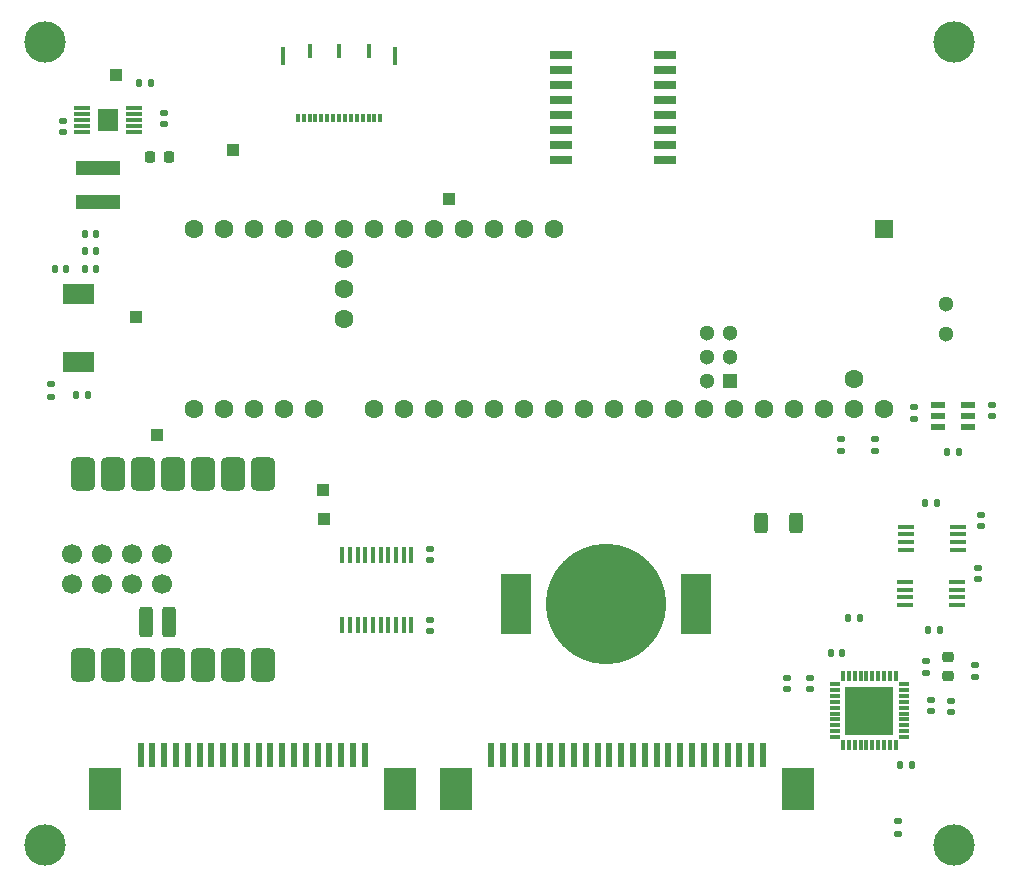
<source format=gbr>
%TF.GenerationSoftware,KiCad,Pcbnew,9.0.6*%
%TF.CreationDate,2026-02-08T19:57:16-05:00*%
%TF.ProjectId,main_board_v3,6d61696e-5f62-46f6-9172-645f76332e6b,rev?*%
%TF.SameCoordinates,Original*%
%TF.FileFunction,Soldermask,Top*%
%TF.FilePolarity,Negative*%
%FSLAX46Y46*%
G04 Gerber Fmt 4.6, Leading zero omitted, Abs format (unit mm)*
G04 Created by KiCad (PCBNEW 9.0.6) date 2026-02-08 19:57:16*
%MOMM*%
%LPD*%
G01*
G04 APERTURE LIST*
G04 Aperture macros list*
%AMRoundRect*
0 Rectangle with rounded corners*
0 $1 Rounding radius*
0 $2 $3 $4 $5 $6 $7 $8 $9 X,Y pos of 4 corners*
0 Add a 4 corners polygon primitive as box body*
4,1,4,$2,$3,$4,$5,$6,$7,$8,$9,$2,$3,0*
0 Add four circle primitives for the rounded corners*
1,1,$1+$1,$2,$3*
1,1,$1+$1,$4,$5*
1,1,$1+$1,$6,$7*
1,1,$1+$1,$8,$9*
0 Add four rect primitives between the rounded corners*
20,1,$1+$1,$2,$3,$4,$5,0*
20,1,$1+$1,$4,$5,$6,$7,0*
20,1,$1+$1,$6,$7,$8,$9,0*
20,1,$1+$1,$8,$9,$2,$3,0*%
G04 Aperture macros list end*
%ADD10R,1.000000X1.000000*%
%ADD11C,3.500000*%
%ADD12R,1.425000X0.300000*%
%ADD13R,1.680000X1.880000*%
%ADD14RoundRect,0.140000X-0.170000X0.140000X-0.170000X-0.140000X0.170000X-0.140000X0.170000X0.140000X0*%
%ADD15R,1.910000X0.640000*%
%ADD16R,1.150000X0.600000*%
%ADD17RoundRect,0.140000X0.140000X0.170000X-0.140000X0.170000X-0.140000X-0.170000X0.140000X-0.170000X0*%
%ADD18RoundRect,0.135000X0.185000X-0.135000X0.185000X0.135000X-0.185000X0.135000X-0.185000X-0.135000X0*%
%ADD19RoundRect,0.140000X0.170000X-0.140000X0.170000X0.140000X-0.170000X0.140000X-0.170000X-0.140000X0*%
%ADD20RoundRect,0.250000X-0.312500X-0.625000X0.312500X-0.625000X0.312500X0.625000X-0.312500X0.625000X0*%
%ADD21RoundRect,0.135000X-0.185000X0.135000X-0.185000X-0.135000X0.185000X-0.135000X0.185000X0.135000X0*%
%ADD22R,1.400000X0.450000*%
%ADD23RoundRect,0.135000X-0.135000X-0.185000X0.135000X-0.185000X0.135000X0.185000X-0.135000X0.185000X0*%
%ADD24RoundRect,0.140000X-0.140000X-0.170000X0.140000X-0.170000X0.140000X0.170000X-0.140000X0.170000X0*%
%ADD25RoundRect,0.225000X-0.225000X-0.250000X0.225000X-0.250000X0.225000X0.250000X-0.225000X0.250000X0*%
%ADD26R,2.500000X5.100000*%
%ADD27C,10.200000*%
%ADD28RoundRect,0.135000X0.135000X0.185000X-0.135000X0.185000X-0.135000X-0.185000X0.135000X-0.185000X0*%
%ADD29R,0.850000X0.300000*%
%ADD30R,0.300000X0.850000*%
%ADD31R,4.050000X4.050000*%
%ADD32RoundRect,0.076750X0.230250X-0.810250X0.230250X0.810250X-0.230250X0.810250X-0.230250X-0.810250X0*%
%ADD33R,0.610000X2.000000*%
%ADD34R,2.680000X3.600000*%
%ADD35R,3.700000X1.200000*%
%ADD36RoundRect,0.525400X0.525400X-0.900400X0.525400X0.900400X-0.525400X0.900400X-0.525400X-0.900400X0*%
%ADD37RoundRect,0.300400X-0.300400X1.000400X-0.300400X-1.000400X0.300400X-1.000400X0.300400X1.000400X0*%
%ADD38C,1.700000*%
%ADD39RoundRect,0.225000X0.250000X-0.225000X0.250000X0.225000X-0.250000X0.225000X-0.250000X-0.225000X0*%
%ADD40R,0.300000X0.650000*%
%ADD41R,0.300000X1.200000*%
%ADD42R,0.400000X1.550000*%
%ADD43R,0.450000X1.475000*%
%ADD44R,1.600000X1.600000*%
%ADD45C,1.600000*%
%ADD46R,1.300000X1.300000*%
%ADD47C,1.300000*%
G04 APERTURE END LIST*
D10*
%TO.C,TP7*%
X62750000Y-40250000D03*
%TD*%
%TO.C,TP12*%
X70900000Y-26100000D03*
%TD*%
D11*
%TO.C,H4*%
X132000000Y-85000000D03*
%TD*%
D12*
%TO.C,IC11*%
X58153000Y-22591000D03*
X58153000Y-23091000D03*
X58153000Y-23591000D03*
X58153000Y-24091000D03*
X58153000Y-24591000D03*
X62577000Y-24591000D03*
X62577000Y-24091000D03*
X62577000Y-23591000D03*
X62577000Y-23091000D03*
X62577000Y-22591000D03*
D13*
X60365000Y-23591000D03*
%TD*%
D14*
%TO.C,C13*%
X131750000Y-72750000D03*
X131750000Y-73710000D03*
%TD*%
%TO.C,C38*%
X65085000Y-22980000D03*
X65085000Y-23940000D03*
%TD*%
%TO.C,C40*%
X87600000Y-59920000D03*
X87600000Y-60880000D03*
%TD*%
%TO.C,C21*%
X128600000Y-47920000D03*
X128600000Y-48880000D03*
%TD*%
D15*
%TO.C,T1*%
X107500000Y-26960000D03*
X107500000Y-25690000D03*
X107500000Y-24420000D03*
X107500000Y-23150000D03*
X107500000Y-21880000D03*
X107500000Y-20610000D03*
X107500000Y-19340000D03*
X107500000Y-18070000D03*
X98730000Y-18070000D03*
X98730000Y-19340000D03*
X98730000Y-20610000D03*
X98730000Y-21880000D03*
X98730000Y-23150000D03*
X98730000Y-24420000D03*
X98730000Y-25690000D03*
X98730000Y-26960000D03*
%TD*%
D16*
%TO.C,IC8*%
X130624000Y-47700000D03*
X130624000Y-48650000D03*
X130624000Y-49600000D03*
X133124000Y-49600000D03*
X133124000Y-48650000D03*
X133124000Y-47700000D03*
%TD*%
D17*
%TO.C,C20*%
X122500000Y-68750000D03*
X121540000Y-68750000D03*
%TD*%
D18*
%TO.C,R38*%
X127250000Y-84010000D03*
X127250000Y-82990000D03*
%TD*%
D19*
%TO.C,C16*%
X129600000Y-70400000D03*
X129600000Y-69440000D03*
%TD*%
D20*
%TO.C,R50*%
X115632500Y-57686600D03*
X118557500Y-57686600D03*
%TD*%
D14*
%TO.C,C39*%
X56525000Y-23690000D03*
X56525000Y-24650000D03*
%TD*%
D10*
%TO.C,TP11*%
X61000000Y-19770000D03*
%TD*%
D21*
%TO.C,R24*%
X125300000Y-50590000D03*
X125300000Y-51610000D03*
%TD*%
D14*
%TO.C,C26*%
X87600000Y-65940000D03*
X87600000Y-66900000D03*
%TD*%
D22*
%TO.C,IC5*%
X127850000Y-62700000D03*
X127850000Y-63350000D03*
X127850000Y-64000000D03*
X127850000Y-64650000D03*
X132250000Y-64650000D03*
X132250000Y-64000000D03*
X132250000Y-63350000D03*
X132250000Y-62700000D03*
%TD*%
D18*
%TO.C,R60*%
X55500000Y-47010000D03*
X55500000Y-45990000D03*
%TD*%
D10*
%TO.C,TP2*%
X64500000Y-50250000D03*
%TD*%
D11*
%TO.C,H3*%
X132000000Y-17000000D03*
%TD*%
D14*
%TO.C,C18*%
X130000000Y-72670000D03*
X130000000Y-73630000D03*
%TD*%
D10*
%TO.C,TP1*%
X78600000Y-57400000D03*
%TD*%
D19*
%TO.C,C27*%
X135174000Y-48680000D03*
X135174000Y-47720000D03*
%TD*%
%TO.C,C23*%
X134275000Y-57980000D03*
X134275000Y-57020000D03*
%TD*%
D23*
%TO.C,R1*%
X122990000Y-65750000D03*
X124010000Y-65750000D03*
%TD*%
D11*
%TO.C,H1*%
X55000000Y-17000000D03*
%TD*%
D23*
%TO.C,R9*%
X62940000Y-20500000D03*
X63960000Y-20500000D03*
%TD*%
D19*
%TO.C,C14*%
X119800000Y-71780000D03*
X119800000Y-70820000D03*
%TD*%
D24*
%TO.C,C8*%
X58365000Y-36230000D03*
X59325000Y-36230000D03*
%TD*%
D21*
%TO.C,R22*%
X133750000Y-69740000D03*
X133750000Y-70760000D03*
%TD*%
D25*
%TO.C,C61*%
X63925000Y-26700000D03*
X65475000Y-26700000D03*
%TD*%
D23*
%TO.C,R25*%
X129490000Y-56000000D03*
X130510000Y-56000000D03*
%TD*%
D26*
%TO.C,BT1*%
X110100000Y-64600000D03*
X94900000Y-64600000D03*
D27*
X102500000Y-64600000D03*
%TD*%
D24*
%TO.C,C36*%
X58385000Y-33230000D03*
X59345000Y-33230000D03*
%TD*%
D18*
%TO.C,R21*%
X122425000Y-51635000D03*
X122425000Y-50615000D03*
%TD*%
D28*
%TO.C,R12*%
X130750000Y-66750000D03*
X129730000Y-66750000D03*
%TD*%
D19*
%TO.C,C19*%
X117800000Y-71780000D03*
X117800000Y-70820000D03*
%TD*%
D17*
%TO.C,C17*%
X128380000Y-78250000D03*
X127420000Y-78250000D03*
%TD*%
D29*
%TO.C,IC6*%
X127750000Y-75850000D03*
X127750000Y-75350000D03*
X127750000Y-74850000D03*
X127750000Y-74350000D03*
X127750000Y-73850000D03*
X127750000Y-73350000D03*
X127750000Y-72850000D03*
X127750000Y-72350000D03*
X127750000Y-71850000D03*
X127750000Y-71350000D03*
D30*
X127050000Y-70650000D03*
X126550000Y-70650000D03*
X126050000Y-70650000D03*
X125550000Y-70650000D03*
X125050000Y-70650000D03*
X124550000Y-70650000D03*
X124050000Y-70650000D03*
X123550000Y-70650000D03*
X123050000Y-70650000D03*
X122550000Y-70650000D03*
D29*
X121850000Y-71350000D03*
X121850000Y-71850000D03*
X121850000Y-72350000D03*
X121850000Y-72850000D03*
X121850000Y-73350000D03*
X121850000Y-73850000D03*
X121850000Y-74350000D03*
X121850000Y-74850000D03*
X121850000Y-75350000D03*
X121850000Y-75850000D03*
D30*
X122550000Y-76550000D03*
X123050000Y-76550000D03*
X123550000Y-76550000D03*
X124050000Y-76550000D03*
X124550000Y-76550000D03*
X125050000Y-76550000D03*
X125550000Y-76550000D03*
X126050000Y-76550000D03*
X126550000Y-76550000D03*
X127050000Y-76550000D03*
D31*
X124800000Y-73600000D03*
%TD*%
D32*
%TO.C,U4*%
X56850000Y-44100000D03*
X57500000Y-44100000D03*
X58150000Y-44100000D03*
X58800000Y-44100000D03*
X58800000Y-38360000D03*
X58150000Y-38360000D03*
X57500000Y-38360000D03*
X56850000Y-38360000D03*
%TD*%
D19*
%TO.C,C22*%
X134000000Y-62480000D03*
X134000000Y-61520000D03*
%TD*%
D33*
%TO.C,J3*%
X63090000Y-77400000D03*
X64090000Y-77400000D03*
X65090000Y-77400000D03*
X66090000Y-77400000D03*
X67090000Y-77400000D03*
X68090000Y-77400000D03*
X69090000Y-77400000D03*
X70090000Y-77400000D03*
X71090000Y-77400000D03*
X72090000Y-77400000D03*
X73090000Y-77400000D03*
X74090000Y-77400000D03*
X75090000Y-77400000D03*
X76090000Y-77400000D03*
X77090000Y-77400000D03*
X78090000Y-77400000D03*
X79090000Y-77400000D03*
X80090000Y-77400000D03*
X81090000Y-77400000D03*
X82090000Y-77400000D03*
D34*
X60100000Y-80200000D03*
X85080000Y-80200000D03*
%TD*%
D28*
%TO.C,R33*%
X132424000Y-51750000D03*
X131404000Y-51750000D03*
%TD*%
D33*
%TO.C,J2*%
X92790000Y-77400000D03*
X93790000Y-77400000D03*
X94790000Y-77400000D03*
X95790000Y-77400000D03*
X96790000Y-77400000D03*
X97790000Y-77400000D03*
X98790000Y-77400000D03*
X99790000Y-77400000D03*
X100790000Y-77400000D03*
X101790000Y-77400000D03*
X102790000Y-77400000D03*
X103790000Y-77400000D03*
X104790000Y-77400000D03*
X105790000Y-77400000D03*
X106790000Y-77400000D03*
X107790000Y-77400000D03*
X108790000Y-77400000D03*
X109790000Y-77400000D03*
X110790000Y-77400000D03*
X111790000Y-77400000D03*
X112790000Y-77400000D03*
X113790000Y-77400000D03*
X114790000Y-77400000D03*
X115790000Y-77400000D03*
D34*
X89800000Y-80200000D03*
X118780000Y-80200000D03*
%TD*%
D35*
%TO.C,L1*%
X59500000Y-27700000D03*
X59500000Y-30500000D03*
%TD*%
D10*
%TO.C,TP3*%
X78500000Y-54900000D03*
%TD*%
D28*
%TO.C,R47*%
X58660000Y-46860000D03*
X57640000Y-46860000D03*
%TD*%
D10*
%TO.C,TP10*%
X89250000Y-30250000D03*
%TD*%
D24*
%TO.C,C9*%
X55845000Y-36230000D03*
X56805000Y-36230000D03*
%TD*%
D22*
%TO.C,IC7*%
X127875000Y-58025000D03*
X127875000Y-58675000D03*
X127875000Y-59325000D03*
X127875000Y-59975000D03*
X132275000Y-59975000D03*
X132275000Y-59325000D03*
X132275000Y-58675000D03*
X132275000Y-58025000D03*
%TD*%
D36*
%TO.C,U5*%
X58260000Y-69700000D03*
X60800000Y-69700000D03*
X63340000Y-69700000D03*
X65880000Y-69700000D03*
X68420000Y-69700000D03*
X70960000Y-69700000D03*
X73500000Y-69700000D03*
X73500000Y-53535000D03*
X70960000Y-53535000D03*
X68420000Y-53535000D03*
X65880000Y-53535000D03*
X63340000Y-53535000D03*
X60800000Y-53535000D03*
X58260000Y-53535000D03*
D37*
X65498000Y-66090000D03*
X63593000Y-66090000D03*
D38*
X57248000Y-62915000D03*
X57248000Y-60375000D03*
X59788000Y-62915000D03*
X59788000Y-60375000D03*
X62328000Y-62915000D03*
X62328000Y-60375000D03*
X64868000Y-62915000D03*
X64868000Y-60375000D03*
%TD*%
D24*
%TO.C,C10*%
X58385000Y-34730000D03*
X59345000Y-34730000D03*
%TD*%
D11*
%TO.C,H2*%
X55000000Y-85000000D03*
%TD*%
D39*
%TO.C,C15*%
X131450000Y-70645000D03*
X131450000Y-69095000D03*
%TD*%
D40*
%TO.C,J4*%
X83400000Y-23400000D03*
X82900000Y-23400000D03*
X82400000Y-23400000D03*
X81900000Y-23400000D03*
X81400000Y-23400000D03*
X80900000Y-23400000D03*
X80400000Y-23400000D03*
X79900000Y-23400000D03*
X79400000Y-23400000D03*
X78900000Y-23400000D03*
X78400000Y-23400000D03*
X77900000Y-23400000D03*
X77400000Y-23400000D03*
X76900000Y-23400000D03*
X76400000Y-23400000D03*
D41*
X82400000Y-17725000D03*
X79900000Y-17725000D03*
X77400000Y-17725000D03*
D42*
X84650000Y-18150000D03*
X75150000Y-18150000D03*
%TD*%
D43*
%TO.C,IC9*%
X86025000Y-60462000D03*
X85375000Y-60462000D03*
X84725000Y-60462000D03*
X84075000Y-60462000D03*
X83425000Y-60462000D03*
X82775000Y-60462000D03*
X82125000Y-60462000D03*
X81475000Y-60462000D03*
X80825000Y-60462000D03*
X80175000Y-60462000D03*
X80175000Y-66338000D03*
X80825000Y-66338000D03*
X81475000Y-66338000D03*
X82125000Y-66338000D03*
X82775000Y-66338000D03*
X83425000Y-66338000D03*
X84075000Y-66338000D03*
X84725000Y-66338000D03*
X85375000Y-66338000D03*
X86025000Y-66338000D03*
%TD*%
D44*
%TO.C,U1*%
X126000000Y-32860000D03*
D45*
X98060000Y-32860000D03*
X95520000Y-32860000D03*
X92980000Y-32860000D03*
X90440000Y-32860000D03*
X87900000Y-32860000D03*
X85360000Y-32860000D03*
X82820000Y-32860000D03*
X80280000Y-32860000D03*
X77740000Y-32860000D03*
X75200000Y-32860000D03*
X72660000Y-32860000D03*
X70120000Y-32860000D03*
X67580000Y-32860000D03*
X67580000Y-48100000D03*
X70120000Y-48100000D03*
X72660000Y-48100000D03*
X75200000Y-48100000D03*
X77740000Y-48100000D03*
X82820000Y-48100000D03*
X85360000Y-48100000D03*
X87900000Y-48100000D03*
X90440000Y-48100000D03*
X92980000Y-48100000D03*
X95520000Y-48100000D03*
X98060000Y-48100000D03*
X100600000Y-48100000D03*
X103140000Y-48100000D03*
X105680000Y-48100000D03*
X108220000Y-48100000D03*
X110760000Y-48100000D03*
X113300000Y-48100000D03*
X115840000Y-48100000D03*
X118380000Y-48100000D03*
X120920000Y-48100000D03*
X123460000Y-48100000D03*
X126000000Y-48100000D03*
X123460000Y-45560000D03*
X80280000Y-35400000D03*
X80280000Y-37940000D03*
X80280000Y-40480000D03*
D46*
X113030000Y-45661600D03*
D47*
X113030000Y-43661600D03*
X113030000Y-41661600D03*
X111030000Y-41661600D03*
X111030000Y-43661600D03*
X111030000Y-45661600D03*
X131290000Y-41750000D03*
X131290000Y-39210000D03*
%TD*%
M02*

</source>
